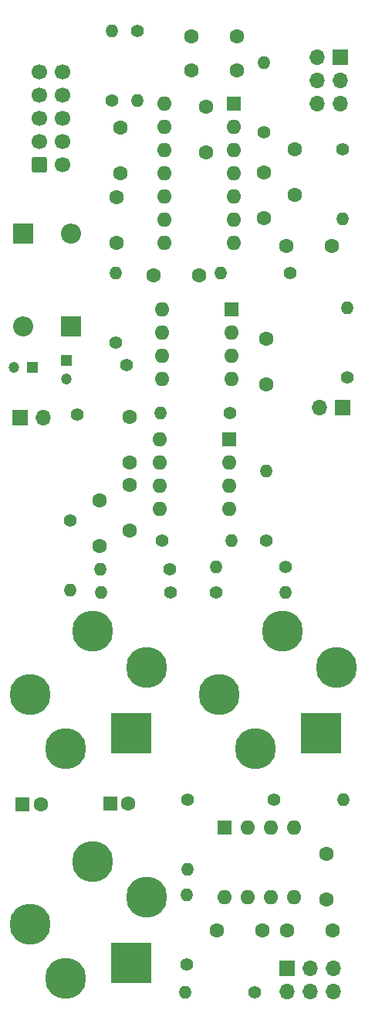
<source format=gbr>
%TF.GenerationSoftware,KiCad,Pcbnew,(6.0.1)*%
%TF.CreationDate,2023-06-21T18:56:58+02:00*%
%TF.ProjectId,output,6f757470-7574-42e6-9b69-6361645f7063,rev?*%
%TF.SameCoordinates,Original*%
%TF.FileFunction,Soldermask,Bot*%
%TF.FilePolarity,Negative*%
%FSLAX46Y46*%
G04 Gerber Fmt 4.6, Leading zero omitted, Abs format (unit mm)*
G04 Created by KiCad (PCBNEW (6.0.1)) date 2023-06-21 18:56:58*
%MOMM*%
%LPD*%
G01*
G04 APERTURE LIST*
G04 Aperture macros list*
%AMRoundRect*
0 Rectangle with rounded corners*
0 $1 Rounding radius*
0 $2 $3 $4 $5 $6 $7 $8 $9 X,Y pos of 4 corners*
0 Add a 4 corners polygon primitive as box body*
4,1,4,$2,$3,$4,$5,$6,$7,$8,$9,$2,$3,0*
0 Add four circle primitives for the rounded corners*
1,1,$1+$1,$2,$3*
1,1,$1+$1,$4,$5*
1,1,$1+$1,$6,$7*
1,1,$1+$1,$8,$9*
0 Add four rect primitives between the rounded corners*
20,1,$1+$1,$2,$3,$4,$5,0*
20,1,$1+$1,$4,$5,$6,$7,0*
20,1,$1+$1,$6,$7,$8,$9,0*
20,1,$1+$1,$8,$9,$2,$3,0*%
%AMHorizOval*
0 Thick line with rounded ends*
0 $1 width*
0 $2 $3 position (X,Y) of the first rounded end (center of the circle)*
0 $4 $5 position (X,Y) of the second rounded end (center of the circle)*
0 Add line between two ends*
20,1,$1,$2,$3,$4,$5,0*
0 Add two circle primitives to create the rounded ends*
1,1,$1,$2,$3*
1,1,$1,$4,$5*%
G04 Aperture macros list end*
%ADD10R,1.700000X1.700000*%
%ADD11O,1.700000X1.700000*%
%ADD12C,4.500001*%
%ADD13R,4.500001X4.500001*%
%ADD14C,4.500000*%
%ADD15C,1.600000*%
%ADD16R,2.200000X2.200000*%
%ADD17O,2.200000X2.200000*%
%ADD18RoundRect,0.250000X-0.600000X-0.600000X0.600000X-0.600000X0.600000X0.600000X-0.600000X0.600000X0*%
%ADD19C,1.700000*%
%ADD20C,1.400000*%
%ADD21O,1.400000X1.400000*%
%ADD22R,1.600000X1.600000*%
%ADD23O,1.600000X1.600000*%
%ADD24HorizOval,1.400000X0.000000X0.000000X0.000000X0.000000X0*%
%ADD25R,1.200000X1.200000*%
%ADD26C,1.200000*%
G04 APERTURE END LIST*
D10*
%TO.C,J2*%
X52250000Y-94050000D03*
D11*
X54790000Y-94050000D03*
%TD*%
D12*
%TO.C,J4*%
X60250000Y-142600000D03*
X66150000Y-146500000D03*
D13*
X64490000Y-153740000D03*
D14*
X53350000Y-149500000D03*
X57250000Y-155400000D03*
%TD*%
D12*
%TO.C,J3*%
X60250000Y-117450000D03*
X66150000Y-121350000D03*
D13*
X64490000Y-128590000D03*
D14*
X53350000Y-124350000D03*
X57250000Y-130250000D03*
%TD*%
D15*
%TO.C,C6*%
X72644000Y-65020000D03*
X72644000Y-60020000D03*
%TD*%
D12*
%TO.C,J5*%
X81050000Y-117450000D03*
X86950000Y-121350000D03*
D13*
X85290000Y-128590000D03*
D14*
X74150000Y-124350000D03*
X78050000Y-130250000D03*
%TD*%
D10*
%TO.C,J1*%
X87650000Y-92900000D03*
D11*
X85110000Y-92900000D03*
%TD*%
D10*
%TO.C,RV1*%
X87415000Y-54550000D03*
D11*
X84875000Y-54550000D03*
X87415000Y-57090000D03*
X84875000Y-57090000D03*
X87415000Y-59630000D03*
X84875000Y-59630000D03*
%TD*%
D10*
%TO.C,RV2*%
X81525000Y-154360000D03*
D11*
X81525000Y-156900000D03*
X84065000Y-154360000D03*
X84065000Y-156900000D03*
X86605000Y-154360000D03*
X86605000Y-156900000D03*
%TD*%
D15*
%TO.C,C1*%
X82410000Y-69620000D03*
X82410000Y-64620000D03*
%TD*%
D16*
%TO.C,D1*%
X57850000Y-84080000D03*
D17*
X57850000Y-73920000D03*
%TD*%
D18*
%TO.C,J6*%
X54397500Y-66330000D03*
D19*
X56937500Y-66330000D03*
X54397500Y-63790000D03*
X56937500Y-63790000D03*
X54397500Y-61250000D03*
X56937500Y-61250000D03*
X54397500Y-58710000D03*
X56937500Y-58710000D03*
X54397500Y-56170000D03*
X56937500Y-56170000D03*
%TD*%
D20*
%TO.C,R11*%
X57740000Y-105300000D03*
D21*
X57740000Y-112920000D03*
%TD*%
D20*
%TO.C,R14*%
X67840000Y-107475000D03*
D21*
X75460000Y-107475000D03*
%TD*%
D22*
%TO.C,U4*%
X75250000Y-96400000D03*
D23*
X75250000Y-98940000D03*
X75250000Y-101480000D03*
X75250000Y-104020000D03*
X67630000Y-104020000D03*
X67630000Y-101480000D03*
X67630000Y-98940000D03*
X67630000Y-96400000D03*
%TD*%
D15*
%TO.C,C11*%
X85852000Y-146772000D03*
X85852000Y-141772000D03*
%TD*%
D20*
%TO.C,R9*%
X81410000Y-110400000D03*
D21*
X73790000Y-110400000D03*
%TD*%
D20*
%TO.C,R17*%
X80120000Y-135880000D03*
D21*
X87740000Y-135880000D03*
%TD*%
D15*
%TO.C,C18*%
X79280000Y-90440000D03*
X79280000Y-85440000D03*
%TD*%
D22*
%TO.C,U3*%
X74686000Y-138948000D03*
D23*
X77226000Y-138948000D03*
X79766000Y-138948000D03*
X82306000Y-138948000D03*
X82306000Y-146568000D03*
X79766000Y-146568000D03*
X77226000Y-146568000D03*
X74686000Y-146568000D03*
%TD*%
D20*
%TO.C,R19*%
X73815000Y-113175000D03*
D21*
X81435000Y-113175000D03*
%TD*%
D20*
%TO.C,R7*%
X81910000Y-78250000D03*
D21*
X74290000Y-78250000D03*
%TD*%
D15*
%TO.C,C5*%
X86460000Y-75245000D03*
X81460000Y-75245000D03*
%TD*%
D16*
%TO.C,D2*%
X52575000Y-73920000D03*
D17*
X52575000Y-84080000D03*
%TD*%
D22*
%TO.C,U2*%
X75475000Y-82175000D03*
D23*
X75475000Y-84715000D03*
X75475000Y-87255000D03*
X75475000Y-89795000D03*
X67855000Y-89795000D03*
X67855000Y-87255000D03*
X67855000Y-84715000D03*
X67855000Y-82175000D03*
%TD*%
D20*
%TO.C,R5*%
X87675000Y-64640000D03*
D21*
X87675000Y-72260000D03*
%TD*%
D22*
%TO.C,C13*%
X52519888Y-136350000D03*
D15*
X54519888Y-136350000D03*
%TD*%
%TO.C,C17*%
X63250000Y-67300000D03*
X63250000Y-62300000D03*
%TD*%
%TO.C,C2*%
X62875000Y-74900000D03*
X62875000Y-69900000D03*
%TD*%
D20*
%TO.C,R20*%
X68810000Y-113190000D03*
D21*
X61190000Y-113190000D03*
%TD*%
D20*
%TO.C,R4*%
X62750000Y-85835000D03*
D21*
X62750000Y-78215000D03*
%TD*%
D20*
%TO.C,R6*%
X65160000Y-51690000D03*
D21*
X65160000Y-59310000D03*
%TD*%
D20*
%TO.C,R13*%
X70525000Y-153860000D03*
D21*
X70525000Y-146240000D03*
%TD*%
D20*
%TO.C,R15*%
X70612000Y-135890000D03*
D21*
X70612000Y-143510000D03*
%TD*%
D20*
%TO.C,R16*%
X75340000Y-93510000D03*
D21*
X67720000Y-93510000D03*
%TD*%
D15*
%TO.C,C4*%
X71060000Y-52295000D03*
X76060000Y-52295000D03*
%TD*%
D20*
%TO.C,R1*%
X88175000Y-89610000D03*
D21*
X88175000Y-81990000D03*
%TD*%
D20*
%TO.C,R10*%
X78010000Y-156950000D03*
D21*
X70390000Y-156950000D03*
%TD*%
D20*
%TO.C,R3*%
X79010000Y-62805000D03*
D21*
X79010000Y-55185000D03*
%TD*%
D15*
%TO.C,C3*%
X71060000Y-55995000D03*
X76060000Y-55995000D03*
%TD*%
D20*
%TO.C,R18*%
X68720000Y-110650000D03*
D21*
X61100000Y-110650000D03*
%TD*%
D20*
%TO.C,R8*%
X62350000Y-59310000D03*
D21*
X62350000Y-51690000D03*
%TD*%
D15*
%TO.C,C12*%
X60980000Y-103120000D03*
X60980000Y-108120000D03*
%TD*%
D20*
%TO.C,R2*%
X58530923Y-93669077D03*
D24*
X63919077Y-88280923D03*
%TD*%
D22*
%TO.C,C14*%
X62144888Y-136250000D03*
D15*
X64144888Y-136250000D03*
%TD*%
%TO.C,C8*%
X64300000Y-101400000D03*
X64300000Y-106400000D03*
%TD*%
%TO.C,C16*%
X66890000Y-78440000D03*
X71890000Y-78440000D03*
%TD*%
%TO.C,C7*%
X81525000Y-150175000D03*
X86525000Y-150175000D03*
%TD*%
D22*
%TO.C,U1*%
X75760000Y-59645000D03*
D23*
X75760000Y-62185000D03*
X75760000Y-64725000D03*
X75760000Y-67265000D03*
X75760000Y-69805000D03*
X75760000Y-72345000D03*
X75760000Y-74885000D03*
X68140000Y-74885000D03*
X68140000Y-72345000D03*
X68140000Y-69805000D03*
X68140000Y-67265000D03*
X68140000Y-64725000D03*
X68140000Y-62185000D03*
X68140000Y-59645000D03*
%TD*%
D25*
%TO.C,C19*%
X57350000Y-87777401D03*
D26*
X57350000Y-89777401D03*
%TD*%
D25*
%TO.C,C20*%
X53622600Y-88550000D03*
D26*
X51622600Y-88550000D03*
%TD*%
D20*
%TO.C,R12*%
X79250000Y-107470000D03*
D21*
X79250000Y-99850000D03*
%TD*%
D15*
%TO.C,C15*%
X79035000Y-67220000D03*
X79035000Y-72220000D03*
%TD*%
%TO.C,C10*%
X64300000Y-98975000D03*
X64300000Y-93975000D03*
%TD*%
%TO.C,C9*%
X78825000Y-150175000D03*
X73825000Y-150175000D03*
%TD*%
M02*

</source>
